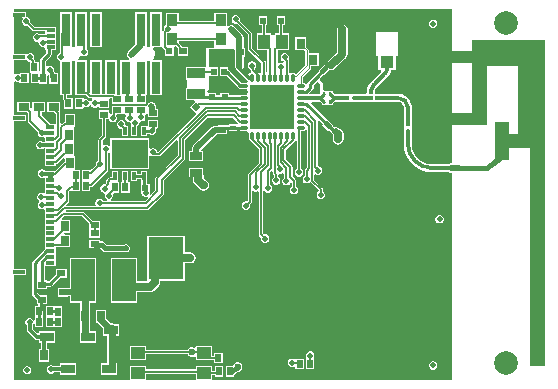
<source format=gtl>
G04*
G04 #@! TF.GenerationSoftware,Altium Limited,Altium Designer,23.6.0 (18)*
G04*
G04 Layer_Physical_Order=1*
G04 Layer_Color=255*
%FSLAX43Y43*%
%MOMM*%
G71*
G04*
G04 #@! TF.SameCoordinates,17FE0B56-B4FD-4FE6-8C66-39BC20258D9D*
G04*
G04*
G04 #@! TF.FilePolarity,Positive*
G04*
G01*
G75*
%ADD12C,0.200*%
%ADD14C,0.100*%
%ADD31R,3.099X2.388*%
%ADD32R,0.305X0.660*%
%ADD55C,0.500*%
%ADD57C,0.508*%
%ADD58C,0.450*%
%ADD59C,0.340*%
%ADD60R,2.000X3.600*%
%ADD61R,0.900X1.000*%
%ADD62R,1.700X0.800*%
%ADD63R,1.150X0.800*%
%ADD64R,0.300X0.300*%
%ADD65R,0.280X0.300*%
%ADD66R,0.300X0.280*%
%ADD67R,1.000X0.640*%
%ADD68R,0.510X0.700*%
%ADD69R,0.650X0.560*%
%ADD70R,1.550X0.850*%
%ADD71O,0.300X0.750*%
%ADD72O,0.750X0.300*%
%ADD73R,3.700X3.700*%
%ADD74R,0.750X0.850*%
%ADD75R,1.000X1.250*%
%ADD76R,0.740X2.790*%
%ADD77R,1.100X2.200*%
%ADD78R,1.000X1.000*%
%ADD79R,1.000X0.300*%
%ADD80R,0.700X0.300*%
%ADD81R,0.890X0.640*%
%ADD82R,0.560X0.510*%
%ADD83R,0.400X0.500*%
%ADD84R,3.000X2.600*%
%ADD85R,3.000X3.600*%
%ADD86R,1.200X1.000*%
G04:AMPARAMS|DCode=87|XSize=1mm|YSize=0.46mm|CornerRadius=0.115mm|HoleSize=0mm|Usage=FLASHONLY|Rotation=0.000|XOffset=0mm|YOffset=0mm|HoleType=Round|Shape=RoundedRectangle|*
%AMROUNDEDRECTD87*
21,1,1.000,0.230,0,0,0.0*
21,1,0.770,0.460,0,0,0.0*
1,1,0.230,0.385,-0.115*
1,1,0.230,-0.385,-0.115*
1,1,0.230,-0.385,0.115*
1,1,0.230,0.385,0.115*
%
%ADD87ROUNDEDRECTD87*%
%ADD88R,0.640X0.890*%
%ADD89R,0.510X0.560*%
%ADD90R,0.700X0.510*%
G04:AMPARAMS|DCode=91|XSize=0.56mm|YSize=0.51mm|CornerRadius=0mm|HoleSize=0mm|Usage=FLASHONLY|Rotation=135.000|XOffset=0mm|YOffset=0mm|HoleType=Round|Shape=Rectangle|*
%AMROTATEDRECTD91*
4,1,4,0.378,-0.018,0.018,-0.378,-0.378,0.018,-0.018,0.378,0.378,-0.018,0.0*
%
%ADD91ROTATEDRECTD91*%

G04:AMPARAMS|DCode=92|XSize=0.4mm|YSize=0.5mm|CornerRadius=0mm|HoleSize=0mm|Usage=FLASHONLY|Rotation=225.000|XOffset=0mm|YOffset=0mm|HoleType=Round|Shape=Rectangle|*
%AMROTATEDRECTD92*
4,1,4,-0.035,0.318,0.318,-0.035,0.035,-0.318,-0.318,0.035,-0.035,0.318,0.0*
%
%ADD92ROTATEDRECTD92*%

%ADD93R,0.500X0.400*%
G04:AMPARAMS|DCode=94|XSize=0.4mm|YSize=0.5mm|CornerRadius=0mm|HoleSize=0mm|Usage=FLASHONLY|Rotation=135.000|XOffset=0mm|YOffset=0mm|HoleType=Round|Shape=Rectangle|*
%AMROTATEDRECTD94*
4,1,4,0.318,0.035,-0.035,-0.318,-0.318,-0.035,0.035,0.318,0.318,0.035,0.0*
%
%ADD94ROTATEDRECTD94*%

G04:AMPARAMS|DCode=95|XSize=0.56mm|YSize=0.51mm|CornerRadius=0mm|HoleSize=0mm|Usage=FLASHONLY|Rotation=225.000|XOffset=0mm|YOffset=0mm|HoleType=Round|Shape=Rectangle|*
%AMROTATEDRECTD95*
4,1,4,0.018,0.378,0.378,0.018,-0.018,-0.378,-0.378,-0.018,0.018,0.378,0.0*
%
%ADD95ROTATEDRECTD95*%

%ADD96C,0.700*%
%ADD97C,0.650*%
%ADD98C,0.300*%
%ADD99C,0.500*%
%ADD100C,0.250*%
%ADD101C,0.400*%
%ADD102C,0.150*%
%ADD103C,0.600*%
%ADD104C,0.280*%
%ADD105C,0.180*%
%ADD106C,0.260*%
%ADD107C,2.000*%
%ADD108C,0.400*%
%ADD109C,0.600*%
G36*
X900Y30751D02*
X846Y30620D01*
Y30480D01*
X900Y30349D01*
X999Y30250D01*
X1130Y30196D01*
X1270D01*
X1293Y30205D01*
X1712Y29786D01*
X1770Y29747D01*
X1838Y29734D01*
X2738D01*
X2777Y29695D01*
X2767Y29542D01*
X2731Y29515D01*
X2393D01*
X2325Y29502D01*
X2317Y29496D01*
X2214Y29539D01*
X2074D01*
X1943Y29485D01*
X1844Y29385D01*
X1790Y29255D01*
Y29114D01*
X1844Y28984D01*
X1943Y28885D01*
X2074Y28831D01*
X2183D01*
X2231Y28811D01*
X2301Y28729D01*
Y28642D01*
X2355Y28512D01*
X2454Y28412D01*
X2584Y28358D01*
X2725D01*
X2828Y28289D01*
Y28087D01*
X2899D01*
Y27839D01*
X2459Y27400D01*
X2409Y27325D01*
X2392Y27237D01*
Y26412D01*
X2349Y26359D01*
X2283Y26332D01*
X2255Y26344D01*
Y27150D01*
X1928D01*
Y27233D01*
X1915Y27301D01*
X1876Y27359D01*
X1875Y27360D01*
X1904Y27430D01*
Y27570D01*
X1850Y27701D01*
X1751Y27800D01*
X1620Y27854D01*
X1480D01*
X1349Y27800D01*
X1228Y27797D01*
X1228Y27797D01*
X1228Y27797D01*
X212D01*
Y30877D01*
X847D01*
X900Y30751D01*
D02*
G37*
G36*
X37280Y28128D02*
X37265Y28118D01*
X37255Y28103D01*
X37280Y28128D01*
Y26870D01*
D01*
D01*
Y22571D01*
X37245Y22536D01*
X37181Y22382D01*
Y22215D01*
X37245Y22061D01*
X37280Y22026D01*
Y18537D01*
X37235D01*
X37191Y18518D01*
X37138D01*
X37029Y18496D01*
X36991Y18471D01*
X35599Y18474D01*
Y18474D01*
X35472Y18469D01*
X35259Y18490D01*
X34932Y18590D01*
X34630Y18751D01*
X34366Y18967D01*
X34149Y19232D01*
X33988Y19533D01*
X33889Y19860D01*
X33857Y20182D01*
X33863Y20309D01*
X33863Y20309D01*
X33869Y23254D01*
X33869Y23254D01*
X33869D01*
X33848Y23376D01*
X33824Y23556D01*
X33710Y23831D01*
X33529Y24067D01*
X33293Y24248D01*
X33018Y24362D01*
X32723Y24401D01*
Y24401D01*
X30774D01*
X30758Y24415D01*
X30729Y24461D01*
X30707Y24583D01*
X30707D01*
X30707Y24583D01*
X30739Y24743D01*
X30850Y24909D01*
X30859Y24915D01*
X31865Y25920D01*
X31865Y25920D01*
X31865Y25920D01*
X31988Y26081D01*
X32065Y26268D01*
X32084Y26410D01*
X32550D01*
Y27575D01*
X32700D01*
Y29675D01*
X30800D01*
X30800Y27575D01*
X30950D01*
X30950Y26410D01*
X31208D01*
X31261Y26283D01*
X30376Y25398D01*
X30376Y25398D01*
X30373Y25401D01*
X30179Y25148D01*
X30057Y24853D01*
X30054Y24831D01*
X30046D01*
Y24768D01*
X30029Y24642D01*
X30028Y24642D01*
X30023Y24613D01*
X30040Y24528D01*
X29968Y24401D01*
X27296D01*
X27162Y24535D01*
Y24679D01*
X26419D01*
X26303Y24806D01*
X26304Y25211D01*
X26304Y25318D01*
X26289Y25332D01*
X26289D01*
X26074Y25549D01*
X26074Y25676D01*
X26370Y25971D01*
X26382Y25959D01*
X26866Y26442D01*
X26875Y26437D01*
X27041Y26404D01*
X27206Y26437D01*
X27347Y26530D01*
X28139Y27322D01*
X28152Y27341D01*
X28160Y27347D01*
X28291Y27478D01*
X28385Y27619D01*
X28418Y27785D01*
Y29877D01*
X28385Y30043D01*
X28291Y30184D01*
X28151Y30278D01*
X27985Y30311D01*
X27819Y30278D01*
X27679Y30184D01*
X27585Y30043D01*
X27552Y29877D01*
Y27964D01*
X27547Y27960D01*
X27534Y27941D01*
X27526Y27935D01*
X26734Y27143D01*
X26721Y27123D01*
X26464Y26867D01*
X26453Y26878D01*
X25958Y26383D01*
X25987Y26354D01*
X25759Y26125D01*
X25752Y26116D01*
X25044Y25408D01*
X24995Y25333D01*
X24990Y25309D01*
X24965Y25292D01*
X24855Y25258D01*
X24805Y25291D01*
X24708Y25311D01*
X24645D01*
X24645Y25838D01*
X25277Y26469D01*
X25324Y26584D01*
Y26784D01*
X25962D01*
Y27834D01*
X25124D01*
Y28084D01*
X25077Y28199D01*
X24912Y28363D01*
Y29184D01*
X23962D01*
Y28134D01*
X24682D01*
X24800Y28016D01*
Y26889D01*
X24042Y26131D01*
X23988Y26136D01*
X23905Y26191D01*
X23808Y26211D01*
X23710Y26191D01*
X23628Y26136D01*
X23576Y26136D01*
X23458Y26248D01*
Y27224D01*
X23444Y27292D01*
X23415Y27336D01*
X23454Y27430D01*
Y27570D01*
X23400Y27701D01*
X23301Y27800D01*
X23170Y27854D01*
X23030D01*
X22899Y27800D01*
X22800Y27701D01*
X22746Y27570D01*
Y27430D01*
X22800Y27299D01*
X22899Y27200D01*
X22995Y27160D01*
X22998Y27137D01*
X22883Y27047D01*
X22881Y27048D01*
X22741D01*
X22611Y26994D01*
X22486Y27049D01*
Y28104D01*
X23436D01*
Y29554D01*
X22986D01*
X22986Y30227D01*
X23146D01*
Y30987D01*
X22436D01*
Y30227D01*
X22629D01*
X22629Y29554D01*
X22236D01*
Y29379D01*
X21936D01*
Y29554D01*
X21486D01*
Y30227D01*
X21633D01*
Y30987D01*
X20923D01*
Y30227D01*
X21129D01*
Y29554D01*
X20736D01*
Y28104D01*
X21629D01*
X21629Y28074D01*
Y26291D01*
X21502Y26238D01*
X21484Y26257D01*
Y27090D01*
X21470Y27158D01*
X21431Y27216D01*
X20324Y28323D01*
Y29511D01*
X20311Y29579D01*
X20272Y29637D01*
X19296Y30614D01*
X19307Y30641D01*
Y30782D01*
X19253Y30912D01*
X19153Y31011D01*
X19023Y31065D01*
X18882D01*
X18752Y31011D01*
X18653Y30912D01*
X18599Y30782D01*
Y30641D01*
X18653Y30511D01*
X18752Y30411D01*
X18882Y30357D01*
X19023D01*
X19040Y30364D01*
X19968Y29437D01*
Y28249D01*
X19981Y28181D01*
X20020Y28123D01*
X21127Y27016D01*
Y26247D01*
X21009Y26136D01*
X20988Y26136D01*
X20905Y26191D01*
X20855Y26201D01*
X20585Y26472D01*
Y26561D01*
X20620Y26596D01*
X20674Y26727D01*
Y26867D01*
X20620Y26998D01*
X20521Y27097D01*
X20390Y27151D01*
X20250D01*
X20119Y27097D01*
X20020Y26998D01*
X19966Y26867D01*
Y26727D01*
X20020Y26596D01*
X20119Y26497D01*
X20228Y26452D01*
Y26398D01*
X20241Y26330D01*
X20243Y26327D01*
X20215Y26212D01*
X20204Y26191D01*
X20193Y26180D01*
X20128Y26136D01*
X20020Y26126D01*
X19590Y26555D01*
X19614Y26670D01*
Y27560D01*
X19728D01*
Y28320D01*
X19614D01*
X19614Y29210D01*
X19586Y29347D01*
X19509Y29463D01*
X18836Y30136D01*
X18824Y30144D01*
X18784Y30183D01*
X18732Y30205D01*
X18720Y30213D01*
X18706Y30216D01*
X18654Y30237D01*
X18598D01*
X18584Y30240D01*
X18569Y30237D01*
X18513D01*
X18461Y30216D01*
X18447Y30213D01*
X18435Y30205D01*
X18383Y30183D01*
X18357Y30157D01*
X18273Y30169D01*
X18230Y30194D01*
X18221Y30201D01*
Y31245D01*
X17121D01*
Y30598D01*
X14121D01*
Y31245D01*
X13021D01*
Y30245D01*
X13011Y30241D01*
X12912Y30142D01*
X12858Y30011D01*
Y29871D01*
X12879Y29821D01*
X12820Y29762D01*
X12683Y29785D01*
X12662Y29800D01*
Y31340D01*
X11722D01*
Y28431D01*
X11673Y28398D01*
X11441D01*
X11392Y28431D01*
Y31340D01*
X10452D01*
Y28595D01*
X9832Y27975D01*
X9824Y27963D01*
X9785Y27923D01*
X9763Y27871D01*
X9755Y27859D01*
X9752Y27845D01*
X9731Y27793D01*
Y27737D01*
X9728Y27723D01*
X9731Y27708D01*
Y27652D01*
X9752Y27600D01*
X9755Y27586D01*
X9763Y27574D01*
X9785Y27522D01*
X9824Y27482D01*
X9832Y27470D01*
X9844Y27462D01*
X9884Y27422D01*
X9935Y27402D01*
X9914Y27284D01*
X9911Y27276D01*
X9182D01*
Y24300D01*
X8852D01*
Y27276D01*
X7912D01*
Y24389D01*
X7582D01*
Y27276D01*
X6642D01*
Y24559D01*
X6525Y24511D01*
X6440Y24596D01*
X6382Y24634D01*
X6314Y24648D01*
X6312D01*
Y27276D01*
X5677D01*
X5624Y27403D01*
X5703Y27482D01*
X5753Y27603D01*
X5892Y27639D01*
X5904Y27636D01*
X6026Y27586D01*
X6166D01*
X6297Y27640D01*
X6396Y27739D01*
X6450Y27870D01*
Y28010D01*
X6396Y28141D01*
X6313Y28223D01*
X6312Y28350D01*
X6312D01*
Y31340D01*
X5372D01*
Y28431D01*
X5323Y28398D01*
X5091D01*
X5042Y28431D01*
Y31340D01*
X4102D01*
Y29567D01*
X4099Y29550D01*
Y27904D01*
X3990Y27859D01*
X3891Y27760D01*
X3837Y27629D01*
Y27489D01*
X3891Y27358D01*
X3990Y27259D01*
X4102Y27213D01*
Y24286D01*
X4324D01*
Y23983D01*
X4337Y23915D01*
X4376Y23857D01*
X4421Y23812D01*
Y23170D01*
X5131D01*
Y24070D01*
X4681D01*
Y24286D01*
X5042D01*
Y27195D01*
X5091Y27228D01*
X5323D01*
X5372Y27195D01*
Y24286D01*
X6245D01*
X6446Y24085D01*
X6504Y24046D01*
X6572Y24033D01*
X6785D01*
X6814Y23922D01*
X6814Y23906D01*
X6718Y23809D01*
X6708Y23786D01*
X6571D01*
X6557Y23820D01*
X6458Y23919D01*
X6327Y23973D01*
X6187D01*
X6158Y23961D01*
X6031Y24046D01*
Y24070D01*
X5321D01*
Y23170D01*
X6031D01*
Y23192D01*
X6158Y23277D01*
X6187Y23265D01*
X6327D01*
X6458Y23319D01*
X6557Y23419D01*
X6567Y23441D01*
X6704D01*
X6718Y23408D01*
X6817Y23308D01*
X6948Y23254D01*
X7088D01*
X7219Y23308D01*
X7225Y23315D01*
X7352Y23262D01*
Y23199D01*
X8252D01*
Y23906D01*
X8252Y23909D01*
X8260Y24033D01*
X8440D01*
Y23590D01*
X9340D01*
Y23590D01*
X9456D01*
Y23590D01*
X10345D01*
X10356Y23590D01*
X10472D01*
X10483Y23590D01*
X11372D01*
Y24286D01*
X11392D01*
Y27195D01*
X11441Y27228D01*
X11673D01*
X11722Y27195D01*
Y24286D01*
X12662D01*
Y27276D01*
X12027D01*
X11974Y27403D01*
X12053Y27482D01*
X12142Y27697D01*
Y27929D01*
X12053Y28144D01*
X11974Y28223D01*
X12027Y28350D01*
X12648D01*
X12662Y28350D01*
X12781Y28331D01*
X12781Y28330D01*
X12820Y28272D01*
X12955Y28137D01*
Y27654D01*
X13715D01*
Y28364D01*
X13808Y28445D01*
X13869D01*
X14025Y28289D01*
Y28189D01*
X14028Y28172D01*
Y27654D01*
X14928D01*
Y28364D01*
X14381D01*
X14368Y28431D01*
X14329Y28489D01*
X14121Y28697D01*
Y28867D01*
X17121D01*
Y28445D01*
X17121D01*
X17084Y28333D01*
X16467D01*
X16467Y28333D01*
X16399D01*
X16396Y28236D01*
X16396Y28208D01*
X16396Y26763D01*
X16306Y26673D01*
X14746D01*
Y25623D01*
X14846D01*
X14846Y25013D01*
X14756Y24923D01*
X14746D01*
Y23873D01*
X15409D01*
X15462Y23746D01*
X15038Y23323D01*
X15296Y23065D01*
X15305Y23052D01*
X15318Y23043D01*
X15576Y22785D01*
X15622Y22678D01*
X12431Y19487D01*
X12304Y19516D01*
Y19546D01*
X12250Y19676D01*
X12151Y19775D01*
X12021Y19829D01*
X11880D01*
X11750Y19775D01*
X11736Y19762D01*
X11609Y19814D01*
Y20649D01*
X8311D01*
Y20058D01*
X8184Y20005D01*
X8125Y20064D01*
X7995Y20118D01*
X7854D01*
X7801Y20096D01*
X7674Y20180D01*
Y20464D01*
X7914Y20705D01*
X7953Y20763D01*
X7967Y20831D01*
Y22299D01*
X8190D01*
Y22274D01*
X8244Y22144D01*
X8343Y22044D01*
X8473Y21990D01*
X8614D01*
X8744Y22044D01*
X8844Y22144D01*
X8898Y22274D01*
Y22415D01*
X8844Y22545D01*
X8826Y22563D01*
X8871Y22690D01*
X9329D01*
X9340Y22690D01*
X9456D01*
X9467Y22690D01*
X9599D01*
X9652Y22563D01*
X9652Y22563D01*
X9598Y22433D01*
Y22292D01*
X9652Y22162D01*
X9751Y22062D01*
X9881Y22008D01*
X10022D01*
X10062Y21982D01*
Y21899D01*
X10093Y21824D01*
X10108Y21703D01*
X10108Y21703D01*
X10108Y21703D01*
Y20842D01*
X10612D01*
Y21668D01*
X10616Y21669D01*
X10716Y21769D01*
X10770Y21899D01*
Y21980D01*
X10868Y22068D01*
X10887Y22074D01*
X11015D01*
X11145Y22128D01*
X11244Y22227D01*
X11298Y22358D01*
Y22498D01*
X11271Y22563D01*
X11349Y22690D01*
X11370D01*
X11372Y22690D01*
X11497Y22686D01*
Y22415D01*
X11843D01*
X11852Y22413D01*
X11947D01*
X11957Y22415D01*
X12397D01*
Y23125D01*
X12204D01*
Y23329D01*
X12177Y23466D01*
X12115Y23559D01*
X12111Y23569D01*
X12103Y23576D01*
X12100Y23582D01*
X12068Y23614D01*
X12063Y23620D01*
X12051Y23628D01*
X12012Y23668D01*
X11960Y23690D01*
X11948Y23698D01*
X11933Y23701D01*
X11881Y23722D01*
X11825D01*
X11811Y23725D01*
X11797Y23722D01*
X11741D01*
X11689Y23701D01*
X11674Y23698D01*
X11662Y23690D01*
X11610Y23668D01*
X11571Y23628D01*
X11559Y23620D01*
X11551Y23608D01*
X11511Y23569D01*
X11489Y23517D01*
X11481Y23505D01*
X11478Y23490D01*
X11470Y23470D01*
X11399Y23420D01*
X11340Y23400D01*
X10472D01*
Y23400D01*
X10356D01*
Y23400D01*
X9467D01*
X9456Y23400D01*
X9340D01*
X9329Y23400D01*
X8440D01*
Y22882D01*
X8437Y22865D01*
Y22771D01*
X8379Y22736D01*
X8252Y22806D01*
Y23009D01*
X7352D01*
Y22299D01*
X7610D01*
Y20905D01*
X7369Y20664D01*
X7331Y20606D01*
X7317Y20538D01*
Y18809D01*
X7295Y18800D01*
X7195Y18701D01*
X7141Y18571D01*
Y18430D01*
X7151Y18408D01*
X6761Y18018D01*
X6647Y17976D01*
Y17976D01*
X6647Y17976D01*
X5937D01*
Y17076D01*
Y16187D01*
X6647D01*
Y16501D01*
X6684D01*
X6752Y16514D01*
X6810Y16553D01*
X8097Y17839D01*
X8135Y17897D01*
X8149Y17965D01*
Y18697D01*
X8135Y18765D01*
X8125Y18781D01*
Y19415D01*
X8184Y19460D01*
X8311Y19397D01*
Y18061D01*
X11609D01*
Y19136D01*
X11736Y19189D01*
X11750Y19175D01*
X11880Y19121D01*
X11889D01*
X11950Y19109D01*
X11980Y19115D01*
X12009Y19109D01*
X12484D01*
X12553Y19123D01*
X12611Y19161D01*
X13928Y20479D01*
X14046Y20430D01*
Y19251D01*
X12179Y17384D01*
X12140Y17326D01*
X12126Y17258D01*
Y16232D01*
X11758Y15864D01*
X11650Y15936D01*
X11672Y15988D01*
Y16129D01*
X11654Y16173D01*
Y16814D01*
X11417D01*
Y17410D01*
X11412Y17432D01*
Y17867D01*
X10908D01*
Y17667D01*
X10612D01*
Y17867D01*
X10108D01*
Y17007D01*
X10612D01*
Y17208D01*
X10908D01*
Y17007D01*
X10958D01*
Y16814D01*
X10944D01*
Y16054D01*
X10964D01*
Y15988D01*
X11018Y15858D01*
X11118Y15759D01*
X11248Y15705D01*
X11389D01*
X11441Y15727D01*
X11513Y15619D01*
X11243Y15349D01*
X8376D01*
X8351Y15476D01*
X8405Y15498D01*
X8505Y15598D01*
X8559Y15728D01*
Y15869D01*
X8520Y15963D01*
X8605Y16049D01*
X9063D01*
Y16949D01*
X9063D01*
X9012Y17055D01*
Y17867D01*
X8507D01*
Y17360D01*
X8334D01*
X8266Y17347D01*
X8208Y17308D01*
X7989Y17089D01*
X7950Y17032D01*
X7937Y16963D01*
Y16825D01*
X7859Y16748D01*
X7766D01*
X7636Y16694D01*
X7536Y16594D01*
X7482Y16464D01*
Y16323D01*
X7536Y16193D01*
X7636Y16093D01*
X7766Y16040D01*
X7784D01*
X7869Y15913D01*
X7851Y15869D01*
Y15728D01*
X7905Y15598D01*
X8004Y15498D01*
X8058Y15476D01*
X8033Y15349D01*
X7730D01*
X7721Y15371D01*
X7622Y15470D01*
X7491Y15524D01*
X7351D01*
X7221Y15470D01*
X7121Y15371D01*
X7067Y15241D01*
Y15100D01*
X7093Y15037D01*
X7014Y14910D01*
X4661D01*
X4612Y15028D01*
X4776Y15192D01*
X4815Y15250D01*
X4828Y15318D01*
Y16133D01*
X4928Y16232D01*
X5037Y16187D01*
Y16187D01*
X5747D01*
Y17076D01*
Y17976D01*
X5426D01*
X5308Y17997D01*
X5308Y18103D01*
Y19087D01*
X5297D01*
X5265Y19201D01*
X5265Y19214D01*
Y20291D01*
X5265D01*
X5271Y20406D01*
X5271D01*
X5271Y20415D01*
Y21496D01*
X5271D01*
X5277Y21621D01*
X5322D01*
Y22175D01*
X5336Y22246D01*
Y22371D01*
X5322Y22442D01*
Y22711D01*
X4482D01*
Y22026D01*
X4449D01*
X4374Y22011D01*
X4312Y21969D01*
X4312Y21969D01*
X4202Y21859D01*
X4085Y21908D01*
Y22760D01*
X4085Y22800D01*
X4085Y22800D01*
X4070Y22874D01*
X4068Y22877D01*
X4067Y22880D01*
X4067Y22880D01*
Y23720D01*
X2977D01*
Y22880D01*
X3537D01*
X3697Y22720D01*
Y21840D01*
X3286D01*
X2515Y22611D01*
Y22880D01*
X2795D01*
Y23720D01*
X1705D01*
Y23305D01*
X1578Y23237D01*
X1545Y23259D01*
Y23720D01*
X455D01*
Y22880D01*
X1257D01*
X1346Y22791D01*
Y22072D01*
X1362Y21994D01*
X1406Y21928D01*
X2186Y21148D01*
Y21012D01*
X2240Y20881D01*
X2339Y20782D01*
X2470Y20728D01*
X2610D01*
X2685Y20759D01*
X2808Y20690D01*
X2812Y20684D01*
Y20345D01*
X2635D01*
X2614Y20366D01*
X2483Y20420D01*
X2343D01*
X2212Y20366D01*
X2113Y20267D01*
X2059Y20136D01*
Y19996D01*
X2113Y19865D01*
X2212Y19766D01*
X2343Y19712D01*
X2483D01*
X2614Y19766D01*
X2683Y19835D01*
X2812D01*
Y19340D01*
X2812D01*
X2812Y19213D01*
Y18340D01*
X3712D01*
X3736Y18444D01*
X3811Y18458D01*
X3873Y18500D01*
X4341Y18968D01*
X4468Y18915D01*
Y18672D01*
X4458Y18666D01*
X3632Y17840D01*
X3287D01*
X3262Y17845D01*
X2844D01*
X2840Y17854D01*
X2741Y17953D01*
X2610Y18007D01*
X2470D01*
X2339Y17953D01*
X2240Y17854D01*
X2186Y17723D01*
Y17583D01*
X2240Y17452D01*
X2339Y17353D01*
X2470Y17299D01*
X2610D01*
X2685Y17330D01*
X2812Y17284D01*
X2812Y16840D01*
X2812Y16713D01*
Y16042D01*
X2690Y15984D01*
X2560Y16038D01*
X2419D01*
X2289Y15984D01*
X2189Y15885D01*
X2135Y15755D01*
Y15614D01*
X2189Y15484D01*
X2280Y15393D01*
X2289Y15376D01*
X2297Y15243D01*
X2240Y15187D01*
X2186Y15056D01*
Y14916D01*
X2240Y14785D01*
X2339Y14686D01*
X2470Y14632D01*
X2610D01*
X2685Y14663D01*
X2812Y14591D01*
Y14340D01*
X2812D01*
X2812Y14213D01*
Y13467D01*
X2812Y13340D01*
X2812D01*
Y13340D01*
X2812D01*
Y12840D01*
Y11840D01*
X2812D01*
X2812Y11713D01*
Y11279D01*
X2799Y11277D01*
X2725Y11227D01*
X1760Y10262D01*
X1710Y10188D01*
X1693Y10100D01*
Y7478D01*
X1710Y7390D01*
X1760Y7316D01*
X2111Y6965D01*
Y6584D01*
X2189D01*
Y6450D01*
X1945D01*
Y5677D01*
X1945Y5550D01*
X1945D01*
Y5550D01*
X1945D01*
Y5243D01*
X1818Y5218D01*
X1795Y5275D01*
X1695Y5374D01*
X1565Y5428D01*
X1424D01*
X1294Y5374D01*
X1194Y5275D01*
X1140Y5144D01*
Y5004D01*
X1194Y4874D01*
X1240Y4828D01*
Y4421D01*
X1259Y4323D01*
X1314Y4240D01*
X1919Y3635D01*
X2002Y3580D01*
X2100Y3560D01*
X2274D01*
Y3291D01*
X2474D01*
Y2812D01*
X2309D01*
Y1722D01*
X3149D01*
Y2812D01*
X2984D01*
Y3291D01*
X3624D01*
Y4291D01*
X2274D01*
Y4181D01*
X2147Y4128D01*
X1749Y4526D01*
Y4828D01*
X1795Y4874D01*
X1818Y4930D01*
X1945Y4905D01*
Y4650D01*
X2655D01*
Y5423D01*
X2655Y5550D01*
X2655D01*
Y5550D01*
X2655D01*
Y6450D01*
X2647D01*
Y6584D01*
X2961D01*
Y7344D01*
X2380D01*
X2151Y7573D01*
Y7884D01*
X2961D01*
Y8090D01*
X3213D01*
X3301Y8107D01*
X3375Y8157D01*
X4065Y8847D01*
X4641D01*
Y9557D01*
X3741D01*
Y9171D01*
X3118Y8548D01*
X2961D01*
Y8644D01*
X2765D01*
Y9732D01*
X2812Y9840D01*
X3712D01*
Y10840D01*
X3712D01*
X3712Y10967D01*
Y11456D01*
X4072D01*
Y11413D01*
X4912D01*
Y12503D01*
X4505D01*
X4438Y12630D01*
X4458Y12659D01*
X4531D01*
X4550Y12663D01*
X4927D01*
Y13753D01*
X4265D01*
X4217Y13870D01*
X4392Y14046D01*
X5971D01*
X6541Y13476D01*
Y13455D01*
X6544Y13438D01*
Y12920D01*
X6550D01*
Y12245D01*
X7450D01*
Y12955D01*
X7444D01*
Y13630D01*
X6876D01*
X6845Y13676D01*
X6171Y14350D01*
X6113Y14389D01*
X6045Y14402D01*
X4633D01*
X4565Y14529D01*
X4581Y14554D01*
X11430D01*
X11498Y14567D01*
X11556Y14606D01*
X12792Y15841D01*
X12830Y15899D01*
X12844Y15967D01*
Y17048D01*
X14604Y18808D01*
X14643Y18866D01*
X14656Y18934D01*
Y20500D01*
X16564Y22407D01*
X18705D01*
X19133Y21980D01*
X19096Y21839D01*
X19068Y21831D01*
X19068Y21831D01*
X19068Y21831D01*
X18368D01*
Y21785D01*
X17684D01*
X17597Y21768D01*
X17544Y21733D01*
X17450D01*
Y21729D01*
X17181D01*
X17045Y21702D01*
X16929Y21625D01*
X15369Y20064D01*
X15361Y20052D01*
X15321Y20013D01*
X15299Y19961D01*
X15291Y19949D01*
X15288Y19934D01*
X15267Y19882D01*
Y19826D01*
X15264Y19812D01*
Y19570D01*
X15000D01*
Y18730D01*
X16200D01*
Y19570D01*
X16057D01*
X16011Y19697D01*
X17329Y21016D01*
X17800D01*
X17835Y21022D01*
X18210D01*
Y21327D01*
X18368D01*
Y21231D01*
X19068D01*
Y21327D01*
X19301D01*
X19310Y21320D01*
X19408Y21301D01*
X19858D01*
X19919Y21251D01*
X19919Y21211D01*
X19944D01*
X20053Y21106D01*
Y20656D01*
X20072Y20558D01*
X20128Y20476D01*
X20210Y20420D01*
X20212Y20420D01*
X20881Y19751D01*
Y18538D01*
X20010Y17667D01*
X19971Y17609D01*
X19957Y17541D01*
Y15412D01*
X19882Y15308D01*
X19742D01*
X19611Y15254D01*
X19512Y15155D01*
X19458Y15024D01*
Y14884D01*
X19512Y14753D01*
X19611Y14654D01*
X19742Y14600D01*
X19882D01*
X20013Y14654D01*
X20112Y14753D01*
X20166Y14884D01*
Y15024D01*
X20157Y15047D01*
X20262Y15152D01*
X20301Y15209D01*
X20314Y15278D01*
Y16150D01*
X20441Y16203D01*
X20452Y16192D01*
X20583Y16138D01*
X20723D01*
X20777Y16160D01*
X20904Y16076D01*
Y12518D01*
X20917Y12450D01*
X20956Y12392D01*
X21105Y12243D01*
X21096Y12220D01*
Y12080D01*
X21150Y11949D01*
X21249Y11850D01*
X21380Y11796D01*
X21520D01*
X21651Y11850D01*
X21750Y11949D01*
X21804Y12080D01*
Y12220D01*
X21750Y12351D01*
X21651Y12450D01*
X21520Y12504D01*
X21380D01*
X21357Y12495D01*
X21260Y12592D01*
Y16185D01*
X21381Y16212D01*
X21387Y16212D01*
X21486Y16113D01*
X21616Y16059D01*
X21757D01*
X21887Y16113D01*
X21987Y16213D01*
X22041Y16343D01*
Y16484D01*
X21987Y16614D01*
X21887Y16714D01*
X21865Y16723D01*
Y17120D01*
X21865Y17120D01*
Y17794D01*
X21937Y17850D01*
X22059Y17795D01*
Y17697D01*
X22073Y17629D01*
X22112Y17571D01*
X22179Y17504D01*
X22166Y17377D01*
X22166Y17377D01*
X22066Y17278D01*
X22012Y17148D01*
Y17007D01*
X22066Y16877D01*
X22166Y16777D01*
X22296Y16723D01*
X22437D01*
X22567Y16777D01*
X22666Y16877D01*
X22720Y17007D01*
Y17148D01*
X22666Y17278D01*
X22567Y17377D01*
X22545Y17387D01*
Y17569D01*
X22656Y17660D01*
X22663Y17657D01*
X22803D01*
X22934Y17711D01*
X22936Y17713D01*
X23063Y17661D01*
Y17327D01*
X23040Y17318D01*
X22941Y17219D01*
X22887Y17088D01*
Y16948D01*
X22941Y16817D01*
X23040Y16718D01*
X23171Y16664D01*
X23311D01*
X23442Y16718D01*
X23541Y16817D01*
X23571Y16889D01*
X23698Y16863D01*
Y16565D01*
X23675Y16556D01*
X23576Y16457D01*
X23522Y16326D01*
Y16186D01*
X23576Y16055D01*
X23675Y15956D01*
X23806Y15902D01*
X23946D01*
X24077Y15956D01*
X24176Y16055D01*
X24230Y16186D01*
Y16326D01*
X24176Y16457D01*
X24077Y16556D01*
X24054Y16565D01*
Y17055D01*
X24041Y17123D01*
X24002Y17181D01*
X23755Y17428D01*
Y18206D01*
X23742Y18274D01*
X23703Y18332D01*
X23166Y18869D01*
Y19636D01*
X23931Y20402D01*
X23970Y20459D01*
X24014Y20472D01*
X24141Y20387D01*
Y18079D01*
X24105Y18064D01*
X24005Y17965D01*
X23952Y17835D01*
Y17694D01*
X24005Y17564D01*
X24105Y17464D01*
X24235Y17410D01*
X24376D01*
X24506Y17464D01*
X24606Y17564D01*
X24660Y17694D01*
Y17835D01*
X24606Y17965D01*
X24506Y18064D01*
X24498Y18068D01*
Y21301D01*
X24708D01*
X24805Y21320D01*
X24867Y21362D01*
X24946Y21338D01*
X24994Y21305D01*
X24994Y18744D01*
Y18186D01*
X24840Y18033D01*
X24802Y17975D01*
X24788Y17907D01*
Y17487D01*
X24766Y17478D01*
X24666Y17379D01*
X24613Y17248D01*
Y17108D01*
X24666Y16978D01*
X24766Y16878D01*
X24896Y16824D01*
X25037D01*
X25167Y16878D01*
X25184Y16895D01*
X25304Y16942D01*
X25351Y16896D01*
X25971Y16277D01*
X25960Y16154D01*
X25949Y16150D01*
X25850Y16051D01*
X25796Y15920D01*
Y15780D01*
X25850Y15649D01*
X25949Y15550D01*
X26080Y15496D01*
X26220D01*
X26351Y15550D01*
X26450Y15649D01*
X26504Y15780D01*
Y15920D01*
X26450Y16051D01*
X26351Y16150D01*
X26328Y16159D01*
Y16350D01*
X26315Y16419D01*
X26276Y16476D01*
X25610Y17143D01*
Y17539D01*
X25737Y17595D01*
X25838Y17553D01*
X25978D01*
X26109Y17607D01*
X26208Y17706D01*
X26262Y17837D01*
Y17977D01*
X26208Y18108D01*
X26109Y18207D01*
X25978Y18261D01*
X25907D01*
X25874Y18294D01*
Y22102D01*
X26000Y22155D01*
X26333Y21822D01*
X26284Y21773D01*
X26779Y21278D01*
X26811Y21310D01*
X27153Y20968D01*
X27153Y20968D01*
X27153Y20968D01*
X27155Y20967D01*
X27155Y20554D01*
X27190Y20378D01*
X27290Y20229D01*
X27438Y20130D01*
X27614Y20095D01*
X27790Y20130D01*
X27938Y20229D01*
X28038Y20378D01*
X28073Y20554D01*
X28073Y21054D01*
X28038Y21229D01*
X27938Y21378D01*
X27790Y21478D01*
X27645Y21506D01*
X27444Y21708D01*
X27332Y21596D01*
X27294Y21613D01*
X27204Y21703D01*
X27181Y21743D01*
X27181Y21743D01*
X25344Y23587D01*
X25393Y23705D01*
X26109Y23703D01*
X26213Y23599D01*
Y23455D01*
X27163D01*
Y23599D01*
X27276Y23711D01*
X32722Y23701D01*
Y23701D01*
X32846Y23693D01*
X32897Y23682D01*
X33045Y23583D01*
X33144Y23435D01*
X33156Y23376D01*
X33168Y23254D01*
X33168D01*
X33168Y20326D01*
X33168Y20309D01*
X33168D01*
X33170Y20200D01*
D01*
X33171Y20185D01*
X33216Y19726D01*
X33355Y19270D01*
X33579Y18850D01*
X33881Y18482D01*
X34249Y18180D01*
X34669Y17956D01*
X35125Y17817D01*
X35599Y17771D01*
Y17776D01*
X36973D01*
X37029Y17739D01*
X37138Y17717D01*
X37191D01*
X37235Y17698D01*
X37280D01*
Y208D01*
X16962D01*
Y584D01*
X17190D01*
Y477D01*
X17900D01*
Y1377D01*
X17190D01*
Y940D01*
X16962D01*
Y1401D01*
X15562D01*
Y1082D01*
X11362D01*
Y1401D01*
X9962D01*
Y208D01*
X212D01*
Y9050D01*
X1212D01*
Y9550D01*
X212D01*
Y22130D01*
X1212D01*
Y22630D01*
X212D01*
Y25408D01*
X336Y25464D01*
X466Y25410D01*
X607D01*
X695Y25351D01*
Y25300D01*
X1405D01*
Y26200D01*
X695D01*
Y26177D01*
X607Y26118D01*
X466D01*
X336Y26064D01*
X212Y26120D01*
Y27297D01*
X1228D01*
X1325Y27224D01*
X1349Y27200D01*
X1480Y27146D01*
X1545D01*
X1545Y26250D01*
X1595Y26144D01*
Y25300D01*
X2266D01*
Y25285D01*
X2976D01*
Y25948D01*
X3102Y26025D01*
X3161Y25993D01*
Y25834D01*
X3166Y25809D01*
Y25285D01*
X3876D01*
Y26185D01*
X3670D01*
X3652Y26275D01*
X3597Y26358D01*
X3554Y26400D01*
Y26520D01*
X3500Y26651D01*
X3401Y26750D01*
X3270Y26804D01*
X3130D01*
X2999Y26750D01*
X2978Y26728D01*
X2851Y26781D01*
Y27142D01*
X3290Y27582D01*
X3290Y27582D01*
X3340Y27656D01*
X3357Y27744D01*
X3357Y27744D01*
Y28087D01*
X3728D01*
Y29087D01*
X3728Y29587D01*
X3728Y29714D01*
Y30087D01*
X3220D01*
X3203Y30090D01*
X1912D01*
X1545Y30457D01*
X1554Y30480D01*
Y30620D01*
X1500Y30751D01*
X1401Y30850D01*
X1270Y30904D01*
X1228D01*
Y31377D01*
X212D01*
Y31603D01*
X37280D01*
Y28128D01*
D02*
G37*
G36*
X18900Y28144D02*
Y26670D01*
X18927Y26534D01*
X19004Y26418D01*
X19025Y26404D01*
X19036Y26388D01*
X19868Y25556D01*
X19932Y25513D01*
X19960Y25468D01*
X19963Y25460D01*
X19877Y25335D01*
X19791Y25311D01*
X19440D01*
X18346Y26404D01*
X18331Y26415D01*
Y26669D01*
X17621D01*
Y25909D01*
X18193D01*
X19185Y24917D01*
X19212Y24899D01*
X19228Y24876D01*
X19310Y24820D01*
X19408Y24801D01*
X19858D01*
X19918Y24752D01*
X19918Y24413D01*
X19791Y24311D01*
X19408D01*
X19344Y24298D01*
X18410D01*
Y24511D01*
X17650D01*
Y24298D01*
X17310Y24298D01*
Y24511D01*
X16606D01*
X16532Y24631D01*
X16565Y24711D01*
X16714D01*
Y25785D01*
X16721Y25909D01*
X17431D01*
Y26669D01*
X16721D01*
X16714Y26793D01*
Y28233D01*
X18810Y28233D01*
X18900Y28144D01*
D02*
G37*
G36*
X26103Y25214D02*
Y24524D01*
X25986Y24407D01*
X25083D01*
X25535Y24859D01*
Y25117D01*
X25866Y25448D01*
X25869D01*
X26103Y25214D01*
D02*
G37*
G36*
X45096Y1342D02*
X43886D01*
Y19800D01*
X42086D01*
Y18800D01*
X41584D01*
X40265Y17889D01*
X37902D01*
Y18341D01*
X40109D01*
X40876Y18870D01*
Y21999D01*
X42086D01*
Y20999D01*
X42886D01*
Y26799D01*
X40217D01*
Y21799D01*
X37605D01*
Y22799D01*
X38926D01*
Y26999D01*
X37384D01*
Y27999D01*
X38926D01*
Y28979D01*
X45096D01*
Y1342D01*
D02*
G37*
G36*
X15562Y208D02*
X11362D01*
Y726D01*
X15562D01*
Y208D01*
D02*
G37*
%LPC*%
G36*
X35725Y30700D02*
X35585D01*
X35457Y30647D01*
X35358Y30548D01*
X35305Y30420D01*
Y30280D01*
X35358Y30152D01*
X35457Y30053D01*
X35585Y30000D01*
X35725D01*
X35853Y30053D01*
X35952Y30152D01*
X36005Y30280D01*
Y30420D01*
X35952Y30548D01*
X35853Y30647D01*
X35725Y30700D01*
D02*
G37*
G36*
X7582Y31340D02*
X6642D01*
Y28350D01*
X7582D01*
Y31340D01*
D02*
G37*
G36*
X12397Y22225D02*
X11497D01*
Y21795D01*
X11412Y21703D01*
X10908D01*
Y20842D01*
X11412D01*
Y21043D01*
X11592D01*
X11662Y20972D01*
X11793Y20919D01*
X11933D01*
X12063Y20972D01*
X12163Y21072D01*
X12217Y21202D01*
Y21343D01*
X12198Y21388D01*
X12283Y21515D01*
X12397D01*
Y22225D01*
D02*
G37*
G36*
X9318Y22175D02*
X9177D01*
X9047Y22121D01*
X8948Y22021D01*
X8894Y21891D01*
Y21750D01*
X8948Y21620D01*
X9047Y21520D01*
X9177Y21467D01*
X9255D01*
X9307Y21414D01*
Y20842D01*
X9812D01*
Y21703D01*
X9719D01*
X9602Y21750D01*
Y21891D01*
X9548Y22021D01*
X9448Y22121D01*
X9318Y22175D01*
D02*
G37*
G36*
X16200Y18170D02*
X15000D01*
Y17330D01*
X15312D01*
Y17100D01*
X15347Y16925D01*
X15447Y16776D01*
X15887Y16336D01*
X16035Y16236D01*
X16211Y16201D01*
X16256D01*
X16432Y16236D01*
X16580Y16336D01*
X16680Y16485D01*
X16715Y16660D01*
X16680Y16836D01*
X16580Y16985D01*
X16445Y17075D01*
X16230Y17290D01*
Y17484D01*
X16200Y17634D01*
Y18170D01*
D02*
G37*
G36*
X9812Y17867D02*
X9307D01*
Y17007D01*
X9253Y16949D01*
X9253D01*
Y16049D01*
X9963D01*
Y16949D01*
X9915D01*
X9812Y17007D01*
Y17867D01*
D02*
G37*
G36*
X36270Y14154D02*
X36130D01*
X35999Y14100D01*
X35900Y14001D01*
X35846Y13870D01*
Y13730D01*
X35900Y13599D01*
X35999Y13500D01*
X36130Y13446D01*
X36270D01*
X36401Y13500D01*
X36500Y13599D01*
X36554Y13730D01*
Y13870D01*
X36500Y14001D01*
X36401Y14100D01*
X36270Y14154D01*
D02*
G37*
G36*
X7450Y12055D02*
X6550D01*
Y11345D01*
X7025D01*
X7055Y11339D01*
X7463D01*
X7683Y11120D01*
X7683Y11120D01*
X7782Y11053D01*
X7899Y11030D01*
X7899Y11030D01*
X9448D01*
X9564Y10982D01*
X9705D01*
X9835Y11036D01*
X9934Y11135D01*
X9988Y11266D01*
Y11406D01*
X9934Y11537D01*
X9835Y11636D01*
X9705Y11690D01*
X9564D01*
X9448Y11642D01*
X8026D01*
X7806Y11861D01*
X7707Y11928D01*
X7590Y11951D01*
X7590Y11951D01*
X7450D01*
Y12055D01*
D02*
G37*
G36*
X14609Y12379D02*
X11409D01*
Y8579D01*
X11304Y8525D01*
X10547D01*
Y10536D01*
X8347D01*
Y6736D01*
X10547D01*
Y7607D01*
X11702D01*
X11878Y7642D01*
X12027Y7742D01*
X12437Y8152D01*
X12536Y8300D01*
X12571Y8476D01*
Y8579D01*
X14609D01*
Y10082D01*
X15113D01*
X15289Y10117D01*
X15437Y10217D01*
X15537Y10365D01*
X15572Y10541D01*
X15537Y10717D01*
X15437Y10865D01*
X15289Y10965D01*
X15113Y11000D01*
X14609D01*
Y12379D01*
D02*
G37*
G36*
X7147Y10536D02*
X4947D01*
Y7971D01*
X4761D01*
Y7994D01*
X3911D01*
Y7234D01*
X4761D01*
Y7257D01*
X4947D01*
Y6736D01*
X5750D01*
Y6133D01*
X5738D01*
Y5043D01*
X5750D01*
Y4242D01*
X5750Y4242D01*
X5766Y4162D01*
Y3891D01*
X5766Y3891D01*
X5774Y3852D01*
Y3291D01*
X7124D01*
Y4291D01*
X6569D01*
X6566Y4307D01*
Y5043D01*
X6578D01*
Y6133D01*
X6566D01*
Y6736D01*
X7147D01*
Y10536D01*
D02*
G37*
G36*
X3555Y6450D02*
X2845D01*
Y5677D01*
X2845Y5550D01*
X2845D01*
Y5550D01*
X2845D01*
Y4650D01*
X3555D01*
Y4667D01*
X4241D01*
Y5533D01*
X4246D01*
Y6433D01*
X3555D01*
Y6450D01*
D02*
G37*
G36*
X16962Y3101D02*
X15562D01*
Y2950D01*
X15435Y2892D01*
X15320Y2940D01*
X15160D01*
X15013Y2879D01*
X14901Y2767D01*
X14881Y2718D01*
X11362D01*
Y3101D01*
X9962D01*
Y1901D01*
X11362D01*
Y2362D01*
X14881D01*
X14901Y2313D01*
X15013Y2201D01*
X15160Y2140D01*
X15320D01*
X15435Y2188D01*
X15562Y2130D01*
Y1901D01*
X16670D01*
X16687Y1898D01*
X17124D01*
Y1582D01*
X17834D01*
Y2482D01*
X17124D01*
Y2254D01*
X16962D01*
Y3101D01*
D02*
G37*
G36*
X5402Y1624D02*
X4052D01*
Y1357D01*
X3521D01*
X3497Y1381D01*
X3367Y1435D01*
X3226D01*
X3096Y1381D01*
X2997Y1282D01*
X2943Y1151D01*
Y1011D01*
X2997Y881D01*
X3096Y781D01*
X3226Y727D01*
X3367D01*
X3497Y781D01*
X3564Y848D01*
X4052D01*
Y624D01*
X5402D01*
Y1624D01*
D02*
G37*
G36*
X25320Y2604D02*
X25180D01*
X25049Y2550D01*
X24950Y2451D01*
X24896Y2320D01*
Y2180D01*
X24918Y2127D01*
X24895Y2000D01*
X24895D01*
X24895Y2000D01*
Y1100D01*
X25605D01*
Y2000D01*
X25605Y2000D01*
X25605D01*
X25582Y2127D01*
X25604Y2180D01*
Y2320D01*
X25550Y2451D01*
X25451Y2550D01*
X25320Y2604D01*
D02*
G37*
G36*
X23770Y2004D02*
X23630D01*
X23499Y1950D01*
X23400Y1851D01*
X23346Y1720D01*
Y1580D01*
X23400Y1449D01*
X23499Y1350D01*
X23630Y1296D01*
X23770D01*
X23868Y1336D01*
X23995Y1278D01*
Y1100D01*
X24705D01*
Y2000D01*
X23995D01*
Y2000D01*
X23868Y1964D01*
X23770Y2004D01*
D02*
G37*
G36*
X35725Y1773D02*
X35585D01*
X35457Y1720D01*
X35358Y1621D01*
X35305Y1493D01*
Y1353D01*
X35358Y1225D01*
X35457Y1126D01*
X35585Y1073D01*
X35725D01*
X35853Y1126D01*
X35952Y1225D01*
X36005Y1353D01*
Y1493D01*
X35952Y1621D01*
X35853Y1720D01*
X35725Y1773D01*
D02*
G37*
G36*
X1348Y1368D02*
X1209D01*
X1080Y1315D01*
X982Y1217D01*
X928Y1088D01*
Y949D01*
X982Y820D01*
X1080Y722D01*
X1209Y668D01*
X1348D01*
X1477Y722D01*
X1575Y820D01*
X1628Y949D01*
Y1088D01*
X1575Y1217D01*
X1477Y1315D01*
X1348Y1368D01*
D02*
G37*
G36*
X7978Y6133D02*
X7138D01*
Y5043D01*
X7248D01*
X7290Y4981D01*
X7735Y4535D01*
Y3945D01*
X8022D01*
Y1624D01*
X7552D01*
Y624D01*
X8902D01*
Y1624D01*
X8837D01*
Y3945D01*
X9085D01*
Y4945D01*
X8608D01*
X8602Y4949D01*
X8446Y4980D01*
X8437D01*
X8423Y5001D01*
X7986Y5438D01*
Y5568D01*
X7986Y5568D01*
X7978Y5607D01*
Y6133D01*
D02*
G37*
G36*
X19193Y1671D02*
X19034D01*
X18887Y1610D01*
X18774Y1498D01*
X18742Y1421D01*
X18698Y1377D01*
X18090D01*
Y477D01*
X18800D01*
Y641D01*
X18882Y696D01*
X19058Y871D01*
X19193D01*
X19340Y932D01*
X19452Y1045D01*
X19513Y1192D01*
Y1351D01*
X19452Y1498D01*
X19340Y1610D01*
X19193Y1671D01*
D02*
G37*
%LPD*%
D12*
X5842Y29845D02*
X6096Y29591D01*
Y27940D02*
Y29591D01*
X1125Y23300D02*
X1550Y22875D01*
Y22072D02*
X2540Y21082D01*
X1550Y22072D02*
Y22875D01*
X1000Y23300D02*
X1125D01*
X9560Y21272D02*
Y21450D01*
X9248Y21763D02*
X9560Y21450D01*
X9248Y21763D02*
Y21821D01*
X15630Y26131D02*
X15788Y26289D01*
X17076D01*
X17076Y26289D01*
X2540Y21082D02*
X2548Y21090D01*
D14*
X24483Y25905D02*
X25162Y26584D01*
Y27044D01*
X23805Y25814D02*
X23900Y25909D01*
X23805Y25733D02*
Y25814D01*
X23900Y25909D02*
X24049D01*
X24962Y26822D01*
Y28084D01*
X25162Y27044D02*
X25449Y27332D01*
X24399Y28646D02*
Y28659D01*
Y28646D02*
X24962Y28084D01*
X24483Y25056D02*
X24483Y25905D01*
D31*
X9960Y19355D02*
D03*
D32*
X9560Y17437D02*
D03*
X8760D02*
D03*
Y21272D02*
D03*
X10360D02*
D03*
X11160D02*
D03*
X9560D02*
D03*
X10360Y17437D02*
D03*
X11160D02*
D03*
D55*
X1278Y1018D02*
D03*
X35655Y1423D02*
D03*
Y30350D02*
D03*
D57*
X44476Y4102D02*
D03*
Y10101D02*
D03*
Y13101D02*
D03*
Y16101D02*
D03*
Y7102D02*
D03*
Y27792D02*
D03*
Y21792D02*
D03*
Y24792D02*
D03*
Y19101D02*
D03*
X37600Y27501D02*
D03*
Y22299D02*
D03*
X43573Y26056D02*
D03*
X42993Y20485D02*
D03*
X41452Y19279D02*
D03*
X41406Y21600D02*
D03*
X39587Y23240D02*
D03*
X39580Y26240D02*
D03*
X39773Y27792D02*
D03*
X42042D02*
D03*
X43482Y23340D02*
D03*
X9634Y11336D02*
D03*
X536Y25764D02*
D03*
X1200Y30550D02*
D03*
X23100Y27500D02*
D03*
X22811Y26694D02*
D03*
X4191Y27559D02*
D03*
X2655Y28712D02*
D03*
X1550Y27500D02*
D03*
X3200Y26450D02*
D03*
X6778Y28002D02*
D03*
X6096Y27940D02*
D03*
X28500Y27050D02*
D03*
X5192Y11958D02*
D03*
X5207Y13208D02*
D03*
X3522Y24000D02*
D03*
X2250D02*
D03*
X1000D02*
D03*
X5645Y19746D02*
D03*
X5651Y20951D02*
D03*
X5702Y22166D02*
D03*
X34700Y27900D02*
D03*
X34060Y26616D02*
D03*
X29300Y26400D02*
D03*
X28800Y28000D02*
D03*
X34807Y29198D02*
D03*
X35807Y27198D02*
D03*
X34807Y25198D02*
D03*
X35807Y23198D02*
D03*
X34807Y21198D02*
D03*
X35807Y15198D02*
D03*
Y7198D02*
D03*
X34807Y5198D02*
D03*
X35807Y3198D02*
D03*
X34807Y1198D02*
D03*
X32807Y25198D02*
D03*
Y17198D02*
D03*
X33807Y15198D02*
D03*
Y7198D02*
D03*
X32807Y5198D02*
D03*
X33807Y3198D02*
D03*
X32807Y1198D02*
D03*
X30807Y21198D02*
D03*
X31807Y19198D02*
D03*
X30807Y17198D02*
D03*
X31807Y15198D02*
D03*
Y11198D02*
D03*
X30807Y9198D02*
D03*
X31807Y7198D02*
D03*
X30807Y5198D02*
D03*
X31807Y3198D02*
D03*
X30807Y1198D02*
D03*
X28800Y29198D02*
D03*
X28807Y21198D02*
D03*
X29807Y19198D02*
D03*
X28807Y17198D02*
D03*
X29807Y15198D02*
D03*
Y11198D02*
D03*
X28807Y9198D02*
D03*
X29807Y7198D02*
D03*
X28807Y5198D02*
D03*
X29807Y3198D02*
D03*
X28807Y1198D02*
D03*
X27807Y19198D02*
D03*
X26807Y17198D02*
D03*
X27807Y15198D02*
D03*
Y11198D02*
D03*
Y7198D02*
D03*
X26807Y5198D02*
D03*
X27807Y3198D02*
D03*
X26807Y1198D02*
D03*
X25807Y11198D02*
D03*
X24807Y9198D02*
D03*
X25807Y7198D02*
D03*
X24807Y5198D02*
D03*
X25807Y3198D02*
D03*
X23807Y11198D02*
D03*
X22807Y5198D02*
D03*
Y1198D02*
D03*
X20807Y9198D02*
D03*
X21807Y7198D02*
D03*
Y3198D02*
D03*
X20807Y1198D02*
D03*
X19807Y11198D02*
D03*
Y7198D02*
D03*
X18807Y5198D02*
D03*
X19807Y3198D02*
D03*
X16807Y9198D02*
D03*
X17807Y7198D02*
D03*
X16807Y5198D02*
D03*
X17807Y3198D02*
D03*
X14807Y13198D02*
D03*
X15807Y7198D02*
D03*
X12807Y21198D02*
D03*
Y13198D02*
D03*
X13807Y7198D02*
D03*
X12807Y5198D02*
D03*
X13807Y3198D02*
D03*
X10807Y13198D02*
D03*
Y9198D02*
D03*
Y5198D02*
D03*
X11807Y3198D02*
D03*
X7807Y7198D02*
D03*
X6807Y1198D02*
D03*
X1807Y3198D02*
D03*
X36200Y13800D02*
D03*
X2540Y14986D02*
D03*
X3297Y1081D02*
D03*
X1494Y5074D02*
D03*
X23700Y1650D02*
D03*
X25250Y2250D02*
D03*
X21450Y12150D02*
D03*
X26150Y15850D02*
D03*
X19812Y14954D02*
D03*
X12550Y28000D02*
D03*
X17214Y22095D02*
D03*
X15621Y20955D02*
D03*
X16383Y21717D02*
D03*
X11318Y16059D02*
D03*
X7421Y15170D02*
D03*
X8205Y15798D02*
D03*
X10414Y15875D02*
D03*
X7836Y16394D02*
D03*
X4760Y2521D02*
D03*
X20653Y16492D02*
D03*
X18953Y30711D02*
D03*
X15748Y27178D02*
D03*
Y27940D02*
D03*
X14538Y22249D02*
D03*
X4175Y15721D02*
D03*
X25561Y26468D02*
D03*
X16256Y16660D02*
D03*
X2489Y15684D02*
D03*
X3990Y16419D02*
D03*
X7495Y18500D02*
D03*
X6713D02*
D03*
X2144Y29185D02*
D03*
X7924Y19764D02*
D03*
X13212Y29941D02*
D03*
X8544Y22344D02*
D03*
X23876Y16256D02*
D03*
X18357Y22095D02*
D03*
X14097Y23876D02*
D03*
Y25019D02*
D03*
Y26162D02*
D03*
X19891Y30660D02*
D03*
X26286Y28153D02*
D03*
X26481Y28927D02*
D03*
X23621Y27840D02*
D03*
X23836Y26566D02*
D03*
X27178Y28956D02*
D03*
X27051Y28194D02*
D03*
X26416Y27305D02*
D03*
X25008Y25773D02*
D03*
X24500Y30750D02*
D03*
X23241Y17018D02*
D03*
X24306Y17764D02*
D03*
X24967Y17178D02*
D03*
X37319Y18118D02*
D03*
X15621Y19812D02*
D03*
X22733Y18011D02*
D03*
X11811Y23368D02*
D03*
X6764Y19757D02*
D03*
X9952Y22362D02*
D03*
X10416Y21969D02*
D03*
X9248Y21821D02*
D03*
X28176Y25893D02*
D03*
X27249Y25639D02*
D03*
X11863Y21272D02*
D03*
X6875Y22168D02*
D03*
X6866Y20890D02*
D03*
X11281Y5950D02*
D03*
X28475Y22269D02*
D03*
X27521Y22526D02*
D03*
X17852Y20058D02*
D03*
X18696Y20557D02*
D03*
X15113Y10541D02*
D03*
X10085Y27723D02*
D03*
X27614Y20554D02*
D03*
X18584Y29883D02*
D03*
X27985Y29877D02*
D03*
X2540Y17653D02*
D03*
X6257Y23619D02*
D03*
X7018Y23608D02*
D03*
X22536Y21804D02*
D03*
Y22855D02*
D03*
Y23814D02*
D03*
Y24814D02*
D03*
X23555Y24824D02*
D03*
Y23820D02*
D03*
X23565Y22855D02*
D03*
X21591Y21798D02*
D03*
X23565Y21826D02*
D03*
X21591Y24814D02*
D03*
X21581Y22855D02*
D03*
X21591Y23813D02*
D03*
X20542Y21804D02*
D03*
X20550Y23799D02*
D03*
X20555Y24808D02*
D03*
X20557Y22855D02*
D03*
X10944Y22428D02*
D03*
X21687Y16413D02*
D03*
X2540Y21082D02*
D03*
X22366Y17077D02*
D03*
X20320Y26797D02*
D03*
X25908Y17907D02*
D03*
X11950Y19475D02*
D03*
X2413Y20066D02*
D03*
D58*
X38158Y18108D02*
D03*
X39869D02*
D03*
D59*
X33518Y23260D02*
G03*
X32722Y24056I-796J0D01*
G01*
X36703Y27610D02*
G03*
X36812Y27501I109J0D01*
G01*
X33516Y20200D02*
G03*
X35599Y18118I2082J0D01*
G01*
X30618Y25157D02*
G03*
X30364Y24613I620J-620D01*
G01*
X31623Y26162D02*
G03*
X31750Y26469I-307J307D01*
G01*
X33518Y22445D02*
Y23260D01*
X33520Y21841D02*
Y22443D01*
X30872Y24056D02*
X32722D01*
X36812Y27501D02*
X37600D01*
X33516Y20200D02*
Y21241D01*
X35599Y18118D02*
X37523D01*
X33518Y22445D02*
X33520Y22443D01*
X30618Y25157D02*
X31623Y26162D01*
X31750Y26469D02*
Y27075D01*
X29668Y24056D02*
X30319D01*
X28953D02*
X29668D01*
X27699D02*
X28406D01*
X24483Y24056D02*
X25693Y24056D01*
X26088D01*
X27284D02*
X27699D01*
D60*
X6047Y8636D02*
D03*
X9447D02*
D03*
D61*
X17671Y30645D02*
D03*
X13571D02*
D03*
Y29045D02*
D03*
X17671D02*
D03*
D62*
X15621Y31045D02*
D03*
D63*
X2949Y3791D02*
D03*
X6449D02*
D03*
X4727Y1124D02*
D03*
X8227D02*
D03*
X8410Y4445D02*
D03*
X11910D02*
D03*
D64*
X30361Y24056D02*
D03*
D65*
X30830D02*
D03*
X26452Y24429D02*
D03*
X26922D02*
D03*
X33018Y22402D02*
D03*
X33488D02*
D03*
X33018Y20679D02*
D03*
X33488D02*
D03*
X26923Y23705D02*
D03*
X26453D02*
D03*
X28451Y24058D02*
D03*
X28921D02*
D03*
D66*
X30361Y24526D02*
D03*
X33520Y21306D02*
D03*
Y21776D02*
D03*
X29668Y24032D02*
D03*
Y23562D02*
D03*
X27699Y24555D02*
D03*
Y24085D02*
D03*
X25691Y24555D02*
D03*
Y24085D02*
D03*
D67*
X15600Y17750D02*
D03*
Y19150D02*
D03*
D68*
X1050Y25750D02*
D03*
X1950D02*
D03*
X4786Y5117D02*
D03*
X3886D02*
D03*
X18445Y927D02*
D03*
X17545D02*
D03*
X25250Y1550D02*
D03*
X24350D02*
D03*
X1000Y26700D02*
D03*
X1900D02*
D03*
X5676Y23620D02*
D03*
X4776D02*
D03*
X5392Y16637D02*
D03*
X6292D02*
D03*
X5392Y17526D02*
D03*
X6292D02*
D03*
X8708Y16499D02*
D03*
X9608D02*
D03*
X17479Y2032D02*
D03*
X18379D02*
D03*
X2300Y5100D02*
D03*
X3200D02*
D03*
X2300Y6000D02*
D03*
X3200D02*
D03*
X4791Y5983D02*
D03*
X3891D02*
D03*
X2621Y25735D02*
D03*
X3521D02*
D03*
D69*
X2536Y6964D02*
D03*
X4336Y7614D02*
D03*
X2536Y8264D02*
D03*
D70*
X15621Y24398D02*
D03*
X15621Y26148D02*
D03*
D71*
X20308Y20881D02*
D03*
X21308Y20881D02*
D03*
X21808D02*
D03*
X22308D02*
D03*
X22808D02*
D03*
X23308Y20881D02*
D03*
X23808Y20881D02*
D03*
Y25731D02*
D03*
X23308Y25731D02*
D03*
X22808Y25731D02*
D03*
X22308Y25731D02*
D03*
X21808Y25731D02*
D03*
X21308Y25731D02*
D03*
X20808D02*
D03*
X20808Y20881D02*
D03*
X20308Y25731D02*
D03*
D72*
X24483Y21556D02*
D03*
X24483Y22056D02*
D03*
X24483Y22556D02*
D03*
X24483Y23056D02*
D03*
X24483Y24056D02*
D03*
Y25056D02*
D03*
X19633Y25056D02*
D03*
X19633Y24556D02*
D03*
X19633Y24056D02*
D03*
X19633Y23556D02*
D03*
X19633Y23056D02*
D03*
X19633Y22556D02*
D03*
X19633Y22056D02*
D03*
X19633Y21556D02*
D03*
X24483Y24556D02*
D03*
X24483Y23556D02*
D03*
D73*
X22058Y23306D02*
D03*
D74*
X24437Y28659D02*
D03*
Y27309D02*
D03*
X25487Y27309D02*
D03*
X25487Y28659D02*
D03*
D75*
X21336Y28829D02*
D03*
X22836Y28829D02*
D03*
D76*
X8382Y29845D02*
D03*
X9652D02*
D03*
X12192D02*
D03*
Y25781D02*
D03*
X10922D02*
D03*
X9652D02*
D03*
X8382D02*
D03*
X4572D02*
D03*
X5842D02*
D03*
X7112D02*
D03*
Y29845D02*
D03*
X5842D02*
D03*
X4572D02*
D03*
X10922D02*
D03*
D77*
X33250Y28575D02*
D03*
X30250D02*
D03*
D78*
X31750Y27075D02*
D03*
D79*
X612Y9300D02*
D03*
Y22380D02*
D03*
X628Y31127D02*
D03*
Y27547D02*
D03*
D80*
X3262Y10090D02*
D03*
Y10590D02*
D03*
Y11090D02*
D03*
Y11590D02*
D03*
Y12090D02*
D03*
Y12590D02*
D03*
Y13090D02*
D03*
Y13590D02*
D03*
Y14090D02*
D03*
Y14590D02*
D03*
Y15090D02*
D03*
Y15590D02*
D03*
Y16090D02*
D03*
Y16590D02*
D03*
Y17090D02*
D03*
Y17590D02*
D03*
Y18090D02*
D03*
Y18590D02*
D03*
Y19090D02*
D03*
Y19590D02*
D03*
Y20090D02*
D03*
Y20590D02*
D03*
Y21090D02*
D03*
Y21590D02*
D03*
X3278Y30337D02*
D03*
Y29837D02*
D03*
Y29337D02*
D03*
Y28837D02*
D03*
Y28337D02*
D03*
D81*
X2250Y23300D02*
D03*
Y24700D02*
D03*
X1000D02*
D03*
Y23300D02*
D03*
X11303Y8066D02*
D03*
Y6666D02*
D03*
X3522Y24700D02*
D03*
Y23300D02*
D03*
D82*
X13335Y27109D02*
D03*
Y28009D02*
D03*
X17830Y21378D02*
D03*
X17830Y20478D02*
D03*
X18030Y24156D02*
D03*
Y25056D02*
D03*
X16930Y24156D02*
D03*
Y25056D02*
D03*
D83*
X18623Y27051D02*
D03*
X19223D02*
D03*
D84*
X34409Y10479D02*
D03*
D85*
X13009D02*
D03*
D86*
X37605Y27500D02*
D03*
X37600Y22299D02*
D03*
X16262Y2501D02*
D03*
Y801D02*
D03*
X10662Y2501D02*
D03*
Y801D02*
D03*
D87*
X37523Y18118D02*
D03*
D88*
X6158Y5588D02*
D03*
X7558D02*
D03*
X4492Y11958D02*
D03*
X5892D02*
D03*
X4507Y13208D02*
D03*
X5907D02*
D03*
X4129Y2267D02*
D03*
X2729D02*
D03*
X4888Y18542D02*
D03*
X6288D02*
D03*
X4845Y19746D02*
D03*
X6245D02*
D03*
X4851Y20951D02*
D03*
X6251D02*
D03*
X4902Y22166D02*
D03*
X6302D02*
D03*
D89*
X11299Y16434D02*
D03*
X10399D02*
D03*
X17976Y26289D02*
D03*
X17076D02*
D03*
X19373Y27940D02*
D03*
X18473Y27940D02*
D03*
X22791Y30607D02*
D03*
X23691D02*
D03*
X20378D02*
D03*
X21278Y30607D02*
D03*
D90*
X7000Y11700D02*
D03*
Y12600D02*
D03*
X4191Y10102D02*
D03*
Y9202D02*
D03*
X14478Y27109D02*
D03*
Y28009D02*
D03*
X11947Y22770D02*
D03*
Y21870D02*
D03*
X10922Y23045D02*
D03*
Y23945D02*
D03*
X9906Y23045D02*
D03*
Y23945D02*
D03*
X8890Y23045D02*
D03*
Y23945D02*
D03*
X7802Y22654D02*
D03*
Y23554D02*
D03*
X6994Y13275D02*
D03*
Y14175D02*
D03*
D91*
X15558Y23305D02*
D03*
X14922Y22669D02*
D03*
X27462Y21188D02*
D03*
X28098Y21824D02*
D03*
D92*
X26744Y21738D02*
D03*
X27168Y22162D02*
D03*
D93*
X18718Y21531D02*
D03*
Y20931D02*
D03*
D94*
X26418Y26418D02*
D03*
X26842Y25994D02*
D03*
D95*
X27123Y26974D02*
D03*
X27760Y26338D02*
D03*
D96*
X12112Y8476D02*
Y9582D01*
X11303Y8066D02*
X11702D01*
X12112Y8476D01*
Y9582D02*
X13009Y10479D01*
X15771Y17100D02*
X16211Y16660D01*
X15771Y17100D02*
Y17484D01*
X16211Y16660D02*
X16256D01*
X27614Y21054D02*
X27614Y20554D01*
X9447Y8636D02*
X9634Y8823D01*
X9447Y8636D02*
X10017Y8066D01*
X11303D01*
X13071Y10541D02*
X15113D01*
D97*
X27041Y26837D02*
X27832Y27629D01*
X27854Y27654D02*
X27985Y27785D01*
Y29877D01*
D98*
X26275Y26317D02*
X26403Y26445D01*
X3416Y25834D02*
X3500Y25750D01*
X3416Y25834D02*
Y26177D01*
X3200Y26394D02*
X3416Y26177D01*
X3200Y26394D02*
Y26450D01*
X4706Y1103D02*
X4727Y1124D01*
X3297Y1081D02*
X3318Y1103D01*
X4706D01*
X2729Y2667D02*
Y3791D01*
X2100Y3815D02*
X2573D01*
X1494Y4421D02*
Y5074D01*
X2778Y3791D02*
X2949D01*
X2573Y3815D02*
X2663Y3905D01*
X1494Y4421D02*
X2100Y3815D01*
X19216Y26569D02*
X20049Y25736D01*
X20235Y25736D01*
X27333Y21149D02*
X27409Y21149D01*
X26629Y21847D02*
X26739Y21738D01*
X26744D02*
X27333Y21149D01*
X26407Y26449D02*
X26954Y26996D01*
X2540Y17653D02*
X2621D01*
X2684Y17590D01*
X3262D01*
X2548Y21090D02*
X3262D01*
X2437Y20090D02*
X3262D01*
X2413Y20066D02*
X2437Y20090D01*
D99*
X19257Y29210D02*
X19257Y27940D01*
Y26670D02*
Y27940D01*
X15621Y19150D02*
Y19812D01*
X11852Y22770D02*
X11947D01*
X11847Y22775D02*
X11852Y22770D01*
X11847Y22775D02*
Y23329D01*
X11811Y23366D02*
X11847Y23329D01*
X11811Y23366D02*
Y23368D01*
X5397Y7614D02*
X6047Y8264D01*
X4336Y7614D02*
X5397D01*
X15621Y19812D02*
X17181Y21372D01*
X17800D01*
X10902Y29825D02*
X10922Y29845D01*
X10085Y27723D02*
X10902Y28540D01*
Y29825D01*
X18584Y29883D02*
X19257Y29210D01*
X6047Y8264D02*
Y8636D01*
D100*
X17684Y21556D02*
X19625D01*
X11863Y21272D02*
X11912Y21322D01*
Y21605D01*
X11933Y21626D01*
X2621Y27237D02*
X3128Y27744D01*
X2621Y25735D02*
Y27237D01*
X1905Y25750D02*
X2450D01*
X3128Y27744D02*
Y28287D01*
X3237Y11065D02*
X3262Y11090D01*
X2887Y11065D02*
X3237D01*
X1922Y10100D02*
X2887Y11065D01*
X2536Y6864D02*
X2542Y6858D01*
X1922Y7478D02*
Y10100D01*
X3200Y5100D02*
X3208Y5108D01*
X3878D01*
X3886Y5117D01*
X3200Y6000D02*
X3209Y5991D01*
X3882D01*
X3891Y5983D01*
X2300Y5100D02*
Y6000D01*
X2463Y6892D02*
X2463D01*
X2336Y7019D02*
X2463Y6892D01*
X2418Y6846D02*
X2536Y6964D01*
X2418Y6118D02*
Y6846D01*
X2300Y6000D02*
X2418Y6118D01*
X11309Y16178D02*
X11318Y16169D01*
X11349D01*
X11187Y16545D02*
X11299Y16434D01*
X11309Y16424D01*
Y16178D02*
Y16424D01*
X24485Y23556D02*
X24924Y23556D01*
X26631Y21849D01*
X11160Y21272D02*
X11863D01*
X11187Y16545D02*
Y17410D01*
X11160Y17437D02*
X11187Y17410D01*
X10360Y17437D02*
X11160D01*
X25921Y25963D02*
X26275Y26317D01*
X25206Y25245D02*
X25923Y25961D01*
X25206Y24887D02*
Y25245D01*
X24875Y24556D02*
X25206Y24887D01*
X24485Y24556D02*
X24875D01*
X26403Y26445D02*
X26407Y26449D01*
X9876Y23876D02*
X9906D01*
X9746Y24006D02*
X9876Y23876D01*
X9746Y24006D02*
Y25687D01*
X9652Y25781D02*
X9746Y25687D01*
X1922Y7478D02*
X2336Y7064D01*
Y7019D02*
Y7064D01*
X18184Y26242D02*
X19347Y25079D01*
X10795Y23945D02*
Y25654D01*
X10922Y25781D01*
X4096Y9202D02*
X4191D01*
X3213Y8319D02*
X4096Y9202D01*
X2691Y8319D02*
X3213D01*
X2536Y8164D02*
X2691Y8319D01*
X2536Y8164D02*
Y10214D01*
X2912Y10590D01*
X3262D01*
D101*
X7000Y11700D02*
X7055Y11645D01*
X7590D01*
X7899Y11336D01*
X19075Y1233D02*
X19113Y1271D01*
X18987Y1233D02*
X19075D01*
X18666Y912D02*
X18987Y1233D01*
X7899Y11336D02*
X9634D01*
X3262Y17240D02*
Y17440D01*
D102*
X4318Y14224D02*
X6045D01*
X6899Y13275D02*
X6994D01*
X6719Y13455D02*
X6899Y13275D01*
X6719Y13455D02*
Y13550D01*
X6045Y14224D02*
X6719Y13550D01*
X6994Y12656D02*
X7050Y12600D01*
X6994Y12656D02*
Y13275D01*
X450Y26700D02*
X1000D01*
X1750D02*
Y27233D01*
X1550Y27433D02*
X1750Y27233D01*
X1550Y27433D02*
Y27500D01*
X986Y25764D02*
X1000Y25750D01*
X536Y25764D02*
X986D01*
X1200Y30550D02*
X1838Y29912D01*
X3203D02*
X3278Y29837D01*
X1838Y29912D02*
X3203D01*
X23279Y25760D02*
X23308Y25731D01*
X23279Y25760D02*
Y27224D01*
X23100Y27403D02*
X23279Y27224D01*
X23100Y27403D02*
Y27500D01*
X22809Y25740D02*
Y26692D01*
X22811Y26694D01*
X4191Y27559D02*
Y27656D01*
X4277Y27742D02*
Y29550D01*
X4191Y27656D02*
X4277Y27742D01*
X2655Y28712D02*
X2752D01*
X2877Y28837D01*
X3278D01*
X2540Y14986D02*
X2592Y15038D01*
X3210D01*
X3262Y14590D02*
X3922D01*
X3759Y13665D02*
X4318Y14224D01*
X3851Y14165D02*
X4418Y14732D01*
X11430D01*
X3337Y14165D02*
X3851D01*
X17380Y762D02*
X17545Y927D01*
X16301Y762D02*
X17380D01*
X16159Y904D02*
X16301Y762D01*
X10662Y801D02*
X10765Y904D01*
X16159D01*
X24230Y1518D02*
Y1590D01*
X24170Y1650D02*
X24230Y1590D01*
X23700Y1650D02*
X24170D01*
X25250Y1455D02*
Y1550D01*
Y2250D01*
X21082Y12518D02*
X21450Y12150D01*
X21082Y12518D02*
Y17780D01*
X19812Y14954D02*
X20136Y15278D01*
Y17541D01*
X26150Y15850D02*
Y16350D01*
X25431Y17069D02*
X26150Y16350D01*
X25431Y17069D02*
Y19045D01*
X14224Y20674D02*
X16487Y22936D01*
X14224Y19177D02*
Y20674D01*
X12665Y17122D02*
X14478Y18934D01*
Y20574D02*
X16490Y22586D01*
X14478Y18934D02*
Y20574D01*
X16490Y22586D02*
X18779D01*
X12305Y17258D02*
X14224Y19177D01*
X11317Y15170D02*
X12305Y16158D01*
Y17258D01*
X12665Y15967D02*
Y17122D01*
X11430Y14732D02*
X12665Y15967D01*
X16487Y22936D02*
X18873D01*
X7421Y15170D02*
X11317D01*
X8205Y15798D02*
Y15901D01*
X8115Y16751D02*
Y16963D01*
X7836Y16472D02*
X8115Y16751D01*
X8205Y15901D02*
X8708Y16404D01*
X7836Y16394D02*
Y16472D01*
X8115Y16963D02*
X8334Y17182D01*
X22238Y17697D02*
Y20076D01*
X22305Y20143D02*
Y20876D01*
X22238Y20076D02*
X22305Y20143D01*
X22988Y18795D02*
X23577Y18206D01*
X22738Y18678D02*
X23241Y18175D01*
X22733Y18011D02*
Y18133D01*
X22488Y18378D02*
Y19972D01*
X22988Y18795D02*
Y19710D01*
X22488Y19972D02*
X22805Y20289D01*
X22738Y18678D02*
Y19847D01*
X23305Y20414D01*
X22988Y19710D02*
X23805Y20528D01*
X22488Y18378D02*
X22733Y18133D01*
X10662Y2501D02*
X10701Y2540D01*
X15240D01*
X16223D01*
X17435Y2076D02*
X17479Y2032D01*
X16687Y2076D02*
X17435D01*
X16262Y2501D02*
X16687Y2076D01*
X16223Y2540D02*
X16262Y2501D01*
X21082Y17780D02*
X21666Y18364D01*
X20701Y16540D02*
Y17753D01*
X20653Y16492D02*
X20701Y16540D01*
X20136Y17541D02*
X21059Y18465D01*
X20701Y17753D02*
X21416Y18467D01*
X18953Y30704D02*
Y30711D01*
Y30704D02*
X20146Y29511D01*
Y28249D02*
Y29511D01*
X13310Y28009D02*
X13335D01*
X13130Y28189D02*
X13310Y28009D01*
X12946Y28398D02*
Y29636D01*
X13130Y28189D02*
Y28214D01*
X12946Y28398D02*
X13130Y28214D01*
X13212Y29902D02*
Y29941D01*
Y30286D01*
X12946Y29636D02*
X13212Y29902D01*
X13571Y28995D02*
Y29045D01*
Y28995D02*
X14203Y28363D01*
Y28189D02*
Y28363D01*
Y28189D02*
X14383Y28009D01*
X14478D01*
X2241Y29185D02*
X2393Y29337D01*
X3278D01*
X5392Y16637D02*
Y17526D01*
X4650Y15318D02*
Y16207D01*
X3922Y14590D02*
X4650Y15318D01*
X4140Y15721D02*
X4175D01*
X3846Y16015D02*
X4140Y15721D01*
X4277Y29550D02*
X4572Y29845D01*
X2489Y15684D02*
X2536Y15637D01*
X3215D01*
X3262Y15590D01*
X3210Y15038D02*
X3262Y15090D01*
X3922Y16487D02*
X3990Y16419D01*
X3262Y16090D02*
X3337Y16015D01*
X3766Y16487D02*
X3922D01*
X3337Y16015D02*
X3846D01*
X2144Y29185D02*
X2241D01*
X3738Y16515D02*
X3766Y16487D01*
X7924Y19764D02*
X7946Y19742D01*
X7495Y18500D02*
Y20538D01*
X7946Y18721D02*
Y19742D01*
X7495Y20538D02*
X7788Y20831D01*
Y22496D01*
X7748Y23608D02*
X7802Y23554D01*
X7018Y23608D02*
X7748D01*
X7946Y18721D02*
X7970Y18697D01*
X23241Y17018D02*
Y18175D01*
X13212Y30286D02*
X13571Y30645D01*
X8544Y22344D02*
Y22441D01*
X8795Y23045D02*
X8890D01*
X8615Y22865D02*
X8795Y23045D01*
X8615Y22513D02*
Y22865D01*
X8544Y22441D02*
X8615Y22513D01*
X23876Y16256D02*
Y17055D01*
X23577Y17354D02*
X23876Y17055D01*
X24306Y17764D02*
X24319Y17778D01*
Y21487D01*
X24372Y21539D02*
X24710D01*
X24319Y21487D02*
X24372Y21539D01*
X24967Y17178D02*
Y17907D01*
X25172Y18113D01*
Y18744D01*
X10388Y21941D02*
X10416Y21969D01*
X9952Y22362D02*
Y22796D01*
X10388Y21300D02*
Y21941D01*
X10360Y21272D02*
X10388Y21300D01*
X15431Y23178D02*
X15813Y23560D01*
X9905Y22920D02*
X9906D01*
X13623Y30593D02*
X13796Y30420D01*
X17446D02*
X17671Y30645D01*
X13796Y30420D02*
X17446D01*
X6684Y17689D02*
X7495Y18500D01*
X6292Y17526D02*
X6455Y17689D01*
X6684D01*
X20805Y20433D02*
X20805Y20876D01*
X20805Y20433D02*
X20805D01*
X21416Y19822D01*
Y18467D02*
Y19822D01*
X19309Y22056D02*
X19625D01*
X18779Y22586D02*
X19309Y22056D01*
X6684Y16679D02*
X7970Y17965D01*
Y18697D01*
X8708Y16404D02*
Y16499D01*
X3262Y16590D02*
X3337Y16515D01*
X3738D01*
X4650Y16207D02*
X5000Y16557D01*
X5777Y23606D02*
X5790Y23619D01*
X6257D01*
X21687Y17120D02*
X21687Y17120D01*
X21687Y17898D02*
X21933Y18145D01*
X21687Y17120D02*
Y17898D01*
X21687Y16413D02*
Y17120D01*
X8334Y17182D02*
X8682D01*
X8760Y17259D01*
X5722Y23661D02*
X5777Y23606D01*
X4776Y23620D02*
Y23715D01*
X4596Y23895D02*
X4776Y23715D01*
X4590Y23895D02*
X4596D01*
X4502Y23983D02*
X4590Y23895D01*
X4502Y23983D02*
Y25724D01*
X10944Y22428D02*
Y23023D01*
X10922Y23045D02*
X10944Y23023D01*
X6572Y24211D02*
X8529D01*
X5842Y24764D02*
Y25781D01*
X8529Y24211D02*
X8795Y23945D01*
X8890D01*
X6314Y24469D02*
X6572Y24211D01*
X5842Y24764D02*
X6137Y24469D01*
X6314D01*
X13571Y29045D02*
X17671D01*
X3262Y13590D02*
X3337Y13665D01*
X3759D01*
X3262Y14090D02*
X3337Y14165D01*
X25696Y18220D02*
Y22154D01*
X25172Y21712D02*
X25172Y18744D01*
X25431Y21958D02*
X25431Y19045D01*
X24828Y22056D02*
X25172Y21712D01*
X24834Y22556D02*
X25431Y21958D01*
X24793Y23056D02*
X25696Y22154D01*
X25908Y17907D02*
Y18007D01*
X25696Y18220D02*
X25908Y18007D01*
X20146Y28249D02*
X21305Y27090D01*
X6334Y16679D02*
X6684D01*
X6292Y16637D02*
X6334Y16679D01*
X21305Y25736D02*
Y27090D01*
X12009Y19287D02*
X12484D01*
X11950D02*
Y19475D01*
X12484Y19287D02*
X16436Y23239D01*
X19059D01*
X23577Y17354D02*
Y18206D01*
X20303Y20581D02*
X21059Y19825D01*
Y18465D02*
Y19825D01*
X21305Y20359D02*
X21666Y19999D01*
X22238Y17697D02*
X22366Y17569D01*
X21666Y18364D02*
Y19999D01*
X21805Y20266D02*
X21933Y20138D01*
X21933Y18744D02*
X21933Y20138D01*
X21933Y18145D02*
Y18744D01*
X23305Y20414D02*
Y20876D01*
X22366Y17077D02*
Y17569D01*
X23805Y20528D02*
Y20876D01*
X18873Y22936D02*
X19254Y22556D01*
X15813Y23560D02*
X19621Y23560D01*
X20406Y26398D02*
Y26711D01*
X20320Y26797D02*
X20406Y26711D01*
X22308Y25731D02*
Y28191D01*
X21808Y25731D02*
Y28232D01*
X22308Y28191D02*
X22396Y28279D01*
X22411D01*
X21336Y28704D02*
X21808Y28232D01*
X22411Y28279D02*
X22836Y28704D01*
Y28829D01*
X22808Y30675D02*
X22808Y29300D01*
X21308D02*
Y30675D01*
X21805Y20266D02*
X21805Y20876D01*
X21305Y20359D02*
X21305Y20876D01*
X19254Y22556D02*
X19625D01*
X19241Y23056D02*
X19625Y23056D01*
X19059Y23239D02*
X19241Y23056D01*
X19621Y23560D02*
X19625Y23556D01*
X20805Y25736D02*
Y25999D01*
X20406Y26398D02*
X20805Y25999D01*
X22805Y20289D02*
Y20876D01*
Y25736D02*
X22809Y25740D01*
X23292Y25749D02*
X23305Y25736D01*
X24485Y22056D02*
X24828Y22056D01*
X24485Y22556D02*
X24834D01*
X24485Y23056D02*
X24793Y23056D01*
X8760Y17259D02*
Y17437D01*
X5000Y16557D02*
X5312D01*
X5392Y16637D01*
X9560Y16547D02*
X9608Y16499D01*
X9560Y16547D02*
Y17437D01*
D103*
X8302Y1124D02*
X8429Y1251D01*
X6274Y3791D02*
X6449D01*
X6174Y3891D02*
X6274Y3791D01*
X6174Y3891D02*
Y4226D01*
X6158Y4242D02*
Y8317D01*
Y4242D02*
X6174Y4226D01*
X8429Y1251D02*
Y4553D01*
X8235Y4572D02*
X8446D01*
X8135Y4672D02*
Y4712D01*
Y4672D02*
X8235Y4572D01*
X7578Y5269D02*
X8135Y4712D01*
X7578Y5269D02*
Y5568D01*
X6262Y8421D02*
X6604Y8763D01*
X7558Y5588D02*
X7578Y5568D01*
D104*
X26452Y24419D02*
Y24429D01*
X26442Y24419D02*
X26452D01*
X26079Y24056D02*
X26442Y24419D01*
X26092Y24066D02*
X26453Y23705D01*
X26923Y23705D02*
X27284Y24066D01*
X26922Y24429D02*
X27284Y24067D01*
D105*
X4471Y11650D02*
X4566Y11745D01*
X3322Y11650D02*
X4471D01*
X3322Y12150D02*
X3592D01*
X4277Y12835D01*
Y12853D01*
X4531D01*
X3262Y12090D02*
X3322Y12150D01*
X3681Y17615D02*
X4595Y18529D01*
X3287Y17615D02*
X3681D01*
X4595Y18529D02*
X5020D01*
X3262Y17590D02*
X3287Y17615D01*
X3262Y17440D02*
Y17590D01*
X2321Y22531D02*
Y23300D01*
Y22531D02*
X3262Y21590D01*
Y11590D02*
X3322Y11650D01*
X4191Y20701D02*
Y21574D01*
X4449Y21832D02*
X4728D01*
X4191Y21574D02*
X4449Y21832D01*
X4728D02*
X5142Y22246D01*
Y22371D01*
X3262Y18590D02*
X3309Y18637D01*
X4615Y19391D02*
X4845Y19621D01*
X3309Y18637D02*
X3736D01*
X4490Y19391D01*
X4615D01*
X4845Y19621D02*
Y19746D01*
X3612Y19111D02*
X4138Y19637D01*
Y20175D01*
X4936Y20771D02*
Y20973D01*
X4912Y20747D02*
X4936Y20771D01*
X4709Y20747D02*
X4912D01*
X4138Y20175D02*
X4709Y20747D01*
X3283Y19111D02*
X3612D01*
X3262Y19090D02*
X3283Y19111D01*
X3810Y19820D02*
Y20320D01*
X4191Y20701D01*
X3322Y19650D02*
X3640D01*
X3262Y19590D02*
X3322Y19650D01*
X3640D02*
X3810Y19820D01*
X3891Y20869D02*
Y22800D01*
X3612Y20590D02*
X3891Y20869D01*
X3262Y20590D02*
X3612D01*
X3535Y23156D02*
X3891Y22800D01*
D106*
X15621Y24398D02*
X15863Y24156D01*
X16930D01*
X18030Y24064D02*
X19625D01*
X16930Y24064D02*
X18030Y24064D01*
X19625D02*
X19633Y24056D01*
D107*
X41850Y30400D02*
D03*
Y1600D02*
D03*
X9000Y13200D02*
D03*
D108*
X450Y26700D02*
D03*
X481Y28200D02*
D03*
X36703Y1250D02*
D03*
X31367Y23475D02*
D03*
X33000Y24600D02*
D03*
X30816Y26177D02*
D03*
X30179Y25542D02*
D03*
X31622Y25339D02*
D03*
X32224Y26007D02*
D03*
X18543Y31242D02*
D03*
X19451D02*
D03*
X36000Y18700D02*
D03*
X32400Y22400D02*
D03*
X32450Y20650D02*
D03*
X32616Y23379D02*
D03*
X36703Y18700D02*
D03*
X32340Y24637D02*
D03*
X32937Y22874D02*
D03*
X32939Y21974D02*
D03*
X32931Y20174D02*
D03*
X33095Y19289D02*
D03*
X33545Y18510D02*
D03*
X34223Y17919D02*
D03*
X35060Y17588D02*
D03*
X35959Y17536D02*
D03*
X36703D02*
D03*
X35318Y18728D02*
D03*
X34526Y19156D02*
D03*
X34123Y19961D02*
D03*
X34098Y20860D02*
D03*
X34098Y21760D02*
D03*
X34099Y22660D02*
D03*
X34068Y23560D02*
D03*
X33593Y24324D02*
D03*
X36703Y16092D02*
D03*
Y15184D02*
D03*
Y17000D02*
D03*
Y20346D02*
D03*
Y19438D02*
D03*
Y12925D02*
D03*
X3604Y429D02*
D03*
X14500D02*
D03*
X12684Y429D02*
D03*
X13592D02*
D03*
X11776D02*
D03*
X2696Y429D02*
D03*
X1788D02*
D03*
X880D02*
D03*
X19451D02*
D03*
X28531D02*
D03*
X24899D02*
D03*
X35795D02*
D03*
X32163D02*
D03*
X29439D02*
D03*
X33979D02*
D03*
X27623D02*
D03*
X31255D02*
D03*
X30347D02*
D03*
X25807D02*
D03*
X33071D02*
D03*
X26715D02*
D03*
X23991D02*
D03*
X36703D02*
D03*
X34887D02*
D03*
X21267D02*
D03*
X20359D02*
D03*
X23083D02*
D03*
X22175D02*
D03*
X25825Y25093D02*
D03*
X473Y2777D02*
D03*
Y1869D02*
D03*
X470Y962D02*
D03*
X476Y3685D02*
D03*
X478Y6409D02*
D03*
X481Y7316D02*
D03*
Y8224D02*
D03*
X478Y5501D02*
D03*
X476Y4593D02*
D03*
X36703Y31242D02*
D03*
Y23978D02*
D03*
Y30334D02*
D03*
Y27610D02*
D03*
Y21254D02*
D03*
Y26702D02*
D03*
Y29426D02*
D03*
Y25794D02*
D03*
Y22162D02*
D03*
Y28518D02*
D03*
Y23070D02*
D03*
Y12059D02*
D03*
Y24886D02*
D03*
Y11151D02*
D03*
Y10243D02*
D03*
Y2794D02*
D03*
Y4191D02*
D03*
Y3541D02*
D03*
Y4841D02*
D03*
X26670Y25019D02*
D03*
X36703Y2071D02*
D03*
Y5703D02*
D03*
Y9335D02*
D03*
Y8427D02*
D03*
Y7519D02*
D03*
Y6611D02*
D03*
X481Y29108D02*
D03*
Y30016D02*
D03*
Y19120D02*
D03*
Y15488D02*
D03*
Y12764D02*
D03*
Y17304D02*
D03*
Y10948D02*
D03*
Y14580D02*
D03*
Y13672D02*
D03*
Y16396D02*
D03*
Y10040D02*
D03*
Y11856D02*
D03*
Y18212D02*
D03*
Y20936D02*
D03*
Y20028D02*
D03*
Y21844D02*
D03*
X21267Y31242D02*
D03*
X20359D02*
D03*
X23991D02*
D03*
X24899D02*
D03*
X22175D02*
D03*
X23083D02*
D03*
X27623D02*
D03*
X28531D02*
D03*
X25807D02*
D03*
X26715D02*
D03*
X31255D02*
D03*
X32163D02*
D03*
X29439D02*
D03*
X30347D02*
D03*
X34887D02*
D03*
X35795D02*
D03*
X33071D02*
D03*
X33979D02*
D03*
X31044Y24675D02*
D03*
X32950Y21250D02*
D03*
X17064Y27824D02*
D03*
X17018Y27051D02*
D03*
X31750Y24638D02*
D03*
X29716Y24657D02*
D03*
X28702Y24638D02*
D03*
X25807Y23433D02*
D03*
X26670Y23241D02*
D03*
X27813Y23495D02*
D03*
X28829D02*
D03*
X17907Y27813D02*
D03*
X18034Y27051D02*
D03*
Y25654D02*
D03*
X17041Y25671D02*
D03*
X31927Y23475D02*
D03*
X30500D02*
D03*
X29677Y23071D02*
D03*
X27705Y25060D02*
D03*
D109*
X19113Y1271D02*
D03*
X15240Y2540D02*
D03*
M02*

</source>
